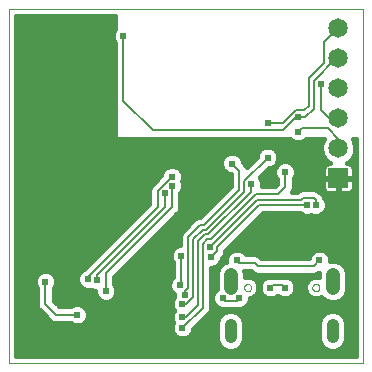
<source format=gbl>
G75*
%MOIN*%
%OFA0B0*%
%FSLAX25Y25*%
%IPPOS*%
%LPD*%
%AMOC8*
5,1,8,0,0,1.08239X$1,22.5*
%
%ADD10C,0.00000*%
%ADD11C,0.04528*%
%ADD12C,0.04134*%
%ADD13R,0.06500X0.06500*%
%ADD14C,0.06500*%
%ADD15C,0.01600*%
%ADD16C,0.02381*%
%ADD17C,0.00800*%
D10*
X0018501Y0009674D02*
X0018501Y0127784D01*
X0136611Y0127784D01*
X0136611Y0009674D01*
X0018501Y0009674D01*
X0096887Y0034871D02*
X0096889Y0034940D01*
X0096895Y0035008D01*
X0096905Y0035076D01*
X0096919Y0035143D01*
X0096937Y0035210D01*
X0096958Y0035275D01*
X0096984Y0035339D01*
X0097013Y0035401D01*
X0097045Y0035461D01*
X0097081Y0035520D01*
X0097121Y0035576D01*
X0097163Y0035630D01*
X0097209Y0035681D01*
X0097258Y0035730D01*
X0097309Y0035776D01*
X0097363Y0035818D01*
X0097419Y0035858D01*
X0097477Y0035894D01*
X0097538Y0035926D01*
X0097600Y0035955D01*
X0097664Y0035981D01*
X0097729Y0036002D01*
X0097796Y0036020D01*
X0097863Y0036034D01*
X0097931Y0036044D01*
X0097999Y0036050D01*
X0098068Y0036052D01*
X0098137Y0036050D01*
X0098205Y0036044D01*
X0098273Y0036034D01*
X0098340Y0036020D01*
X0098407Y0036002D01*
X0098472Y0035981D01*
X0098536Y0035955D01*
X0098598Y0035926D01*
X0098658Y0035894D01*
X0098717Y0035858D01*
X0098773Y0035818D01*
X0098827Y0035776D01*
X0098878Y0035730D01*
X0098927Y0035681D01*
X0098973Y0035630D01*
X0099015Y0035576D01*
X0099055Y0035520D01*
X0099091Y0035461D01*
X0099123Y0035401D01*
X0099152Y0035339D01*
X0099178Y0035275D01*
X0099199Y0035210D01*
X0099217Y0035143D01*
X0099231Y0035076D01*
X0099241Y0035008D01*
X0099247Y0034940D01*
X0099249Y0034871D01*
X0099247Y0034802D01*
X0099241Y0034734D01*
X0099231Y0034666D01*
X0099217Y0034599D01*
X0099199Y0034532D01*
X0099178Y0034467D01*
X0099152Y0034403D01*
X0099123Y0034341D01*
X0099091Y0034280D01*
X0099055Y0034222D01*
X0099015Y0034166D01*
X0098973Y0034112D01*
X0098927Y0034061D01*
X0098878Y0034012D01*
X0098827Y0033966D01*
X0098773Y0033924D01*
X0098717Y0033884D01*
X0098659Y0033848D01*
X0098598Y0033816D01*
X0098536Y0033787D01*
X0098472Y0033761D01*
X0098407Y0033740D01*
X0098340Y0033722D01*
X0098273Y0033708D01*
X0098205Y0033698D01*
X0098137Y0033692D01*
X0098068Y0033690D01*
X0097999Y0033692D01*
X0097931Y0033698D01*
X0097863Y0033708D01*
X0097796Y0033722D01*
X0097729Y0033740D01*
X0097664Y0033761D01*
X0097600Y0033787D01*
X0097538Y0033816D01*
X0097477Y0033848D01*
X0097419Y0033884D01*
X0097363Y0033924D01*
X0097309Y0033966D01*
X0097258Y0034012D01*
X0097209Y0034061D01*
X0097163Y0034112D01*
X0097121Y0034166D01*
X0097081Y0034222D01*
X0097045Y0034280D01*
X0097013Y0034341D01*
X0096984Y0034403D01*
X0096958Y0034467D01*
X0096937Y0034532D01*
X0096919Y0034599D01*
X0096905Y0034666D01*
X0096895Y0034734D01*
X0096889Y0034802D01*
X0096887Y0034871D01*
X0119642Y0034871D02*
X0119644Y0034940D01*
X0119650Y0035008D01*
X0119660Y0035076D01*
X0119674Y0035143D01*
X0119692Y0035210D01*
X0119713Y0035275D01*
X0119739Y0035339D01*
X0119768Y0035401D01*
X0119800Y0035461D01*
X0119836Y0035520D01*
X0119876Y0035576D01*
X0119918Y0035630D01*
X0119964Y0035681D01*
X0120013Y0035730D01*
X0120064Y0035776D01*
X0120118Y0035818D01*
X0120174Y0035858D01*
X0120232Y0035894D01*
X0120293Y0035926D01*
X0120355Y0035955D01*
X0120419Y0035981D01*
X0120484Y0036002D01*
X0120551Y0036020D01*
X0120618Y0036034D01*
X0120686Y0036044D01*
X0120754Y0036050D01*
X0120823Y0036052D01*
X0120892Y0036050D01*
X0120960Y0036044D01*
X0121028Y0036034D01*
X0121095Y0036020D01*
X0121162Y0036002D01*
X0121227Y0035981D01*
X0121291Y0035955D01*
X0121353Y0035926D01*
X0121413Y0035894D01*
X0121472Y0035858D01*
X0121528Y0035818D01*
X0121582Y0035776D01*
X0121633Y0035730D01*
X0121682Y0035681D01*
X0121728Y0035630D01*
X0121770Y0035576D01*
X0121810Y0035520D01*
X0121846Y0035461D01*
X0121878Y0035401D01*
X0121907Y0035339D01*
X0121933Y0035275D01*
X0121954Y0035210D01*
X0121972Y0035143D01*
X0121986Y0035076D01*
X0121996Y0035008D01*
X0122002Y0034940D01*
X0122004Y0034871D01*
X0122002Y0034802D01*
X0121996Y0034734D01*
X0121986Y0034666D01*
X0121972Y0034599D01*
X0121954Y0034532D01*
X0121933Y0034467D01*
X0121907Y0034403D01*
X0121878Y0034341D01*
X0121846Y0034280D01*
X0121810Y0034222D01*
X0121770Y0034166D01*
X0121728Y0034112D01*
X0121682Y0034061D01*
X0121633Y0034012D01*
X0121582Y0033966D01*
X0121528Y0033924D01*
X0121472Y0033884D01*
X0121414Y0033848D01*
X0121353Y0033816D01*
X0121291Y0033787D01*
X0121227Y0033761D01*
X0121162Y0033740D01*
X0121095Y0033722D01*
X0121028Y0033708D01*
X0120960Y0033698D01*
X0120892Y0033692D01*
X0120823Y0033690D01*
X0120754Y0033692D01*
X0120686Y0033698D01*
X0120618Y0033708D01*
X0120551Y0033722D01*
X0120484Y0033740D01*
X0120419Y0033761D01*
X0120355Y0033787D01*
X0120293Y0033816D01*
X0120232Y0033848D01*
X0120174Y0033884D01*
X0120118Y0033924D01*
X0120064Y0033966D01*
X0120013Y0034012D01*
X0119964Y0034061D01*
X0119918Y0034112D01*
X0119876Y0034166D01*
X0119836Y0034222D01*
X0119800Y0034280D01*
X0119768Y0034341D01*
X0119739Y0034403D01*
X0119713Y0034467D01*
X0119692Y0034532D01*
X0119674Y0034599D01*
X0119660Y0034666D01*
X0119650Y0034734D01*
X0119644Y0034802D01*
X0119642Y0034871D01*
D11*
X0126453Y0034576D02*
X0126453Y0039103D01*
X0092438Y0039103D02*
X0092438Y0034576D01*
D12*
X0092438Y0022450D02*
X0092438Y0018316D01*
X0126453Y0018316D02*
X0126453Y0022450D01*
D13*
X0128343Y0071288D03*
D14*
X0128343Y0081288D03*
X0128343Y0091288D03*
X0128343Y0101288D03*
X0128343Y0111288D03*
X0128343Y0121288D03*
D15*
X0123549Y0084477D02*
X0117673Y0084477D01*
X0116991Y0083795D01*
X0115672Y0083249D01*
X0114243Y0083249D01*
X0112923Y0083795D01*
X0112242Y0084477D01*
X0110503Y0084477D01*
X0110396Y0084433D01*
X0065975Y0084433D01*
X0065869Y0084477D01*
X0053934Y0084477D01*
X0053934Y0096412D01*
X0053890Y0096519D01*
X0053890Y0116451D01*
X0053646Y0116695D01*
X0053099Y0118015D01*
X0053099Y0119443D01*
X0053646Y0120763D01*
X0053934Y0121051D01*
X0053934Y0125384D01*
X0020901Y0125384D01*
X0020901Y0012074D01*
X0134211Y0012074D01*
X0134211Y0084477D01*
X0133138Y0084477D01*
X0133993Y0082412D01*
X0133993Y0080164D01*
X0133133Y0078088D01*
X0131544Y0076498D01*
X0131157Y0076338D01*
X0131830Y0076338D01*
X0132288Y0076216D01*
X0132698Y0075979D01*
X0133034Y0075643D01*
X0133270Y0075233D01*
X0133393Y0074775D01*
X0133393Y0071363D01*
X0128418Y0071363D01*
X0128418Y0071213D01*
X0128418Y0066238D01*
X0131830Y0066238D01*
X0132288Y0066361D01*
X0132698Y0066598D01*
X0133034Y0066933D01*
X0133270Y0067343D01*
X0133393Y0067801D01*
X0133393Y0071213D01*
X0128418Y0071213D01*
X0128268Y0071213D01*
X0128268Y0066238D01*
X0124856Y0066238D01*
X0124398Y0066361D01*
X0123988Y0066598D01*
X0123653Y0066933D01*
X0123416Y0067343D01*
X0123293Y0067801D01*
X0123293Y0071213D01*
X0128268Y0071213D01*
X0128268Y0071363D01*
X0123293Y0071363D01*
X0123293Y0074775D01*
X0123416Y0075233D01*
X0123653Y0075643D01*
X0123988Y0075979D01*
X0124398Y0076216D01*
X0124856Y0076338D01*
X0125529Y0076338D01*
X0125143Y0076498D01*
X0123553Y0078088D01*
X0122693Y0080164D01*
X0122693Y0082412D01*
X0123549Y0084477D01*
X0123022Y0083206D02*
X0020901Y0083206D01*
X0020901Y0084804D02*
X0053934Y0084804D01*
X0053934Y0086403D02*
X0020901Y0086403D01*
X0020901Y0088001D02*
X0053934Y0088001D01*
X0053934Y0089600D02*
X0020901Y0089600D01*
X0020901Y0091198D02*
X0053934Y0091198D01*
X0053934Y0092797D02*
X0020901Y0092797D01*
X0020901Y0094395D02*
X0053934Y0094395D01*
X0053934Y0095994D02*
X0020901Y0095994D01*
X0020901Y0097592D02*
X0053890Y0097592D01*
X0053890Y0099191D02*
X0020901Y0099191D01*
X0020901Y0100789D02*
X0053890Y0100789D01*
X0053890Y0102388D02*
X0020901Y0102388D01*
X0020901Y0103986D02*
X0053890Y0103986D01*
X0053890Y0105585D02*
X0020901Y0105585D01*
X0020901Y0107183D02*
X0053890Y0107183D01*
X0053890Y0108782D02*
X0020901Y0108782D01*
X0020901Y0110380D02*
X0053890Y0110380D01*
X0053890Y0111979D02*
X0020901Y0111979D01*
X0020901Y0113577D02*
X0053890Y0113577D01*
X0053890Y0115176D02*
X0020901Y0115176D01*
X0020901Y0116774D02*
X0053613Y0116774D01*
X0053099Y0118373D02*
X0020901Y0118373D01*
X0020901Y0119971D02*
X0053318Y0119971D01*
X0053934Y0121570D02*
X0020901Y0121570D01*
X0020901Y0123168D02*
X0053934Y0123168D01*
X0053934Y0124767D02*
X0020901Y0124767D01*
X0020901Y0081607D02*
X0103617Y0081607D01*
X0104007Y0081768D02*
X0102687Y0081222D01*
X0101677Y0080212D01*
X0101131Y0078892D01*
X0101131Y0078547D01*
X0097755Y0075171D01*
X0097646Y0075433D01*
X0096501Y0076579D01*
X0096501Y0076924D01*
X0095954Y0078243D01*
X0094944Y0079253D01*
X0093624Y0079800D01*
X0092196Y0079800D01*
X0090876Y0079253D01*
X0089866Y0078243D01*
X0089320Y0076924D01*
X0089320Y0075495D01*
X0089866Y0074176D01*
X0090876Y0073166D01*
X0092196Y0072619D01*
X0092472Y0072619D01*
X0092472Y0068708D01*
X0082301Y0058537D01*
X0081723Y0058537D01*
X0080694Y0058111D01*
X0079906Y0057323D01*
X0076757Y0054174D01*
X0075969Y0053386D01*
X0075543Y0052357D01*
X0075543Y0049091D01*
X0075267Y0049091D01*
X0073947Y0048545D01*
X0072937Y0047535D01*
X0072390Y0046215D01*
X0072390Y0044787D01*
X0072937Y0043467D01*
X0073181Y0043223D01*
X0073181Y0038330D01*
X0072543Y0037692D01*
X0071997Y0036372D01*
X0071997Y0034944D01*
X0072543Y0033624D01*
X0073553Y0032614D01*
X0073572Y0032607D01*
X0073572Y0031794D01*
X0073619Y0031681D01*
X0073331Y0031393D01*
X0072784Y0030073D01*
X0072784Y0028645D01*
X0073331Y0027325D01*
X0073462Y0027194D01*
X0073331Y0027062D01*
X0072784Y0025743D01*
X0072784Y0024314D01*
X0073222Y0023257D01*
X0072784Y0022199D01*
X0072784Y0020771D01*
X0073331Y0019451D01*
X0074341Y0018441D01*
X0075660Y0017894D01*
X0077089Y0017894D01*
X0078409Y0018441D01*
X0079419Y0019451D01*
X0079965Y0020771D01*
X0079965Y0021116D01*
X0084654Y0025804D01*
X0085441Y0026592D01*
X0085868Y0027621D01*
X0085868Y0041517D01*
X0086538Y0041517D01*
X0087857Y0042063D01*
X0088867Y0043073D01*
X0089414Y0044393D01*
X0089414Y0044738D01*
X0090166Y0045490D01*
X0090592Y0046519D01*
X0090592Y0047097D01*
X0103125Y0059630D01*
X0115435Y0059630D01*
X0115679Y0059386D01*
X0116999Y0058839D01*
X0118427Y0058839D01*
X0119288Y0059196D01*
X0120149Y0058839D01*
X0121577Y0058839D01*
X0122897Y0059386D01*
X0123907Y0060396D01*
X0124453Y0061716D01*
X0124453Y0063144D01*
X0123907Y0064464D01*
X0123560Y0064811D01*
X0123237Y0065591D01*
X0122449Y0066378D01*
X0121662Y0067166D01*
X0120632Y0067592D01*
X0115975Y0067592D01*
X0114946Y0067166D01*
X0114585Y0066805D01*
X0113023Y0066805D01*
X0113427Y0067778D01*
X0113427Y0071176D01*
X0113671Y0071420D01*
X0114217Y0072739D01*
X0114217Y0074168D01*
X0113671Y0075487D01*
X0112661Y0076497D01*
X0111341Y0077044D01*
X0109912Y0077044D01*
X0108593Y0076497D01*
X0107583Y0075487D01*
X0107036Y0074168D01*
X0107036Y0072739D01*
X0107583Y0071420D01*
X0107827Y0071176D01*
X0107827Y0069495D01*
X0107105Y0068773D01*
X0102788Y0068773D01*
X0102800Y0068802D01*
X0102800Y0070231D01*
X0102253Y0071550D01*
X0102153Y0071650D01*
X0105090Y0074587D01*
X0105435Y0074587D01*
X0106755Y0075134D01*
X0107765Y0076144D01*
X0108312Y0077464D01*
X0108312Y0078892D01*
X0107765Y0080212D01*
X0106755Y0081222D01*
X0105435Y0081768D01*
X0104007Y0081768D01*
X0105825Y0081607D02*
X0122693Y0081607D01*
X0122758Y0080009D02*
X0107849Y0080009D01*
X0108312Y0078410D02*
X0123420Y0078410D01*
X0124830Y0076811D02*
X0111902Y0076811D01*
X0109351Y0076811D02*
X0108041Y0076811D01*
X0107469Y0075213D02*
X0106834Y0075213D01*
X0107036Y0073614D02*
X0104117Y0073614D01*
X0102519Y0072016D02*
X0107336Y0072016D01*
X0107827Y0070417D02*
X0102723Y0070417D01*
X0102800Y0068819D02*
X0107150Y0068819D01*
X0113195Y0067220D02*
X0115078Y0067220D01*
X0113427Y0068819D02*
X0123293Y0068819D01*
X0123293Y0070417D02*
X0113427Y0070417D01*
X0113918Y0072016D02*
X0123293Y0072016D01*
X0123293Y0073614D02*
X0114217Y0073614D01*
X0113784Y0075213D02*
X0123410Y0075213D01*
X0128268Y0070417D02*
X0128418Y0070417D01*
X0128418Y0068819D02*
X0128268Y0068819D01*
X0128268Y0067220D02*
X0128418Y0067220D01*
X0133199Y0067220D02*
X0134211Y0067220D01*
X0134211Y0065622D02*
X0123205Y0065622D01*
X0123487Y0067220D02*
X0121530Y0067220D01*
X0124089Y0064023D02*
X0134211Y0064023D01*
X0134211Y0062425D02*
X0124453Y0062425D01*
X0124085Y0060826D02*
X0134211Y0060826D01*
X0134211Y0059228D02*
X0122515Y0059228D01*
X0116061Y0059228D02*
X0102723Y0059228D01*
X0101124Y0057629D02*
X0134211Y0057629D01*
X0134211Y0056031D02*
X0099526Y0056031D01*
X0097927Y0054432D02*
X0134211Y0054432D01*
X0134211Y0052834D02*
X0096329Y0052834D01*
X0094730Y0051235D02*
X0134211Y0051235D01*
X0134211Y0049637D02*
X0093132Y0049637D01*
X0093771Y0047517D02*
X0092451Y0046970D01*
X0091441Y0045960D01*
X0090894Y0044640D01*
X0090894Y0043512D01*
X0089796Y0043057D01*
X0088484Y0041745D01*
X0087774Y0040031D01*
X0087774Y0034391D01*
X0087727Y0034371D01*
X0086717Y0033361D01*
X0086170Y0032042D01*
X0086170Y0030613D01*
X0086717Y0029294D01*
X0087727Y0028284D01*
X0089046Y0027737D01*
X0090475Y0027737D01*
X0090482Y0027740D01*
X0094550Y0027740D01*
X0094558Y0027737D01*
X0095987Y0027737D01*
X0097306Y0028284D01*
X0098316Y0029294D01*
X0098863Y0030613D01*
X0098863Y0031324D01*
X0100096Y0031835D01*
X0101103Y0032842D01*
X0101649Y0034159D01*
X0101649Y0035583D01*
X0101103Y0036899D01*
X0100096Y0037907D01*
X0098780Y0038452D01*
X0097355Y0038452D01*
X0097101Y0038347D01*
X0097101Y0040031D01*
X0096974Y0040339D01*
X0099231Y0040339D01*
X0099985Y0039584D01*
X0101015Y0039157D01*
X0120632Y0039157D01*
X0121662Y0039584D01*
X0121790Y0039712D01*
X0121790Y0038347D01*
X0121536Y0038452D01*
X0120111Y0038452D01*
X0118795Y0037907D01*
X0117788Y0036899D01*
X0117242Y0035583D01*
X0117242Y0034159D01*
X0117788Y0032842D01*
X0118795Y0031835D01*
X0120111Y0031290D01*
X0121536Y0031290D01*
X0122673Y0031761D01*
X0123812Y0030622D01*
X0125526Y0029912D01*
X0127381Y0029912D01*
X0129095Y0030622D01*
X0130407Y0031934D01*
X0131117Y0033648D01*
X0131117Y0040031D01*
X0130407Y0041745D01*
X0129095Y0043057D01*
X0127381Y0043767D01*
X0125634Y0043767D01*
X0125634Y0044640D01*
X0125088Y0045960D01*
X0124078Y0046970D01*
X0122758Y0047517D01*
X0121330Y0047517D01*
X0120010Y0046970D01*
X0119000Y0045960D01*
X0118502Y0044757D01*
X0102731Y0044757D01*
X0101976Y0045512D01*
X0100947Y0045939D01*
X0097538Y0045939D01*
X0097529Y0045960D01*
X0096519Y0046970D01*
X0095199Y0047517D01*
X0093771Y0047517D01*
X0091921Y0046440D02*
X0090559Y0046440D01*
X0090978Y0044841D02*
X0089517Y0044841D01*
X0088938Y0043243D02*
X0090245Y0043243D01*
X0088442Y0041644D02*
X0086846Y0041644D01*
X0087780Y0040046D02*
X0085868Y0040046D01*
X0085868Y0038447D02*
X0087774Y0038447D01*
X0087774Y0036849D02*
X0085868Y0036849D01*
X0085868Y0035250D02*
X0087774Y0035250D01*
X0087007Y0033652D02*
X0085868Y0033652D01*
X0085868Y0032053D02*
X0086175Y0032053D01*
X0086236Y0030455D02*
X0085868Y0030455D01*
X0085868Y0028856D02*
X0087154Y0028856D01*
X0085717Y0027258D02*
X0134211Y0027258D01*
X0134211Y0028856D02*
X0097879Y0028856D01*
X0098797Y0030455D02*
X0124215Y0030455D01*
X0125565Y0026917D02*
X0123923Y0026236D01*
X0122667Y0024980D01*
X0121986Y0023338D01*
X0121986Y0017427D01*
X0122667Y0015785D01*
X0123923Y0014529D01*
X0125565Y0013849D01*
X0127342Y0013849D01*
X0128984Y0014529D01*
X0130240Y0015785D01*
X0130920Y0017427D01*
X0130920Y0023338D01*
X0130240Y0024980D01*
X0128984Y0026236D01*
X0127342Y0026917D01*
X0125565Y0026917D01*
X0123346Y0025659D02*
X0095545Y0025659D01*
X0094968Y0026236D02*
X0093326Y0026917D01*
X0091549Y0026917D01*
X0089907Y0026236D01*
X0088651Y0024980D01*
X0087971Y0023338D01*
X0087971Y0017427D01*
X0088651Y0015785D01*
X0089907Y0014529D01*
X0091549Y0013849D01*
X0093326Y0013849D01*
X0094968Y0014529D01*
X0096225Y0015785D01*
X0096905Y0017427D01*
X0096905Y0023338D01*
X0096225Y0024980D01*
X0094968Y0026236D01*
X0096605Y0024061D02*
X0122286Y0024061D01*
X0121986Y0022462D02*
X0096905Y0022462D01*
X0096905Y0020864D02*
X0121986Y0020864D01*
X0121986Y0019265D02*
X0096905Y0019265D01*
X0096905Y0017667D02*
X0121986Y0017667D01*
X0122549Y0016068D02*
X0096342Y0016068D01*
X0094825Y0014470D02*
X0124066Y0014470D01*
X0128841Y0014470D02*
X0134211Y0014470D01*
X0134211Y0016068D02*
X0130357Y0016068D01*
X0130920Y0017667D02*
X0134211Y0017667D01*
X0134211Y0019265D02*
X0130920Y0019265D01*
X0130920Y0020864D02*
X0134211Y0020864D01*
X0134211Y0022462D02*
X0130920Y0022462D01*
X0130621Y0024061D02*
X0134211Y0024061D01*
X0134211Y0025659D02*
X0129561Y0025659D01*
X0128692Y0030455D02*
X0134211Y0030455D01*
X0134211Y0032053D02*
X0130457Y0032053D01*
X0131117Y0033652D02*
X0134211Y0033652D01*
X0134211Y0035250D02*
X0131117Y0035250D01*
X0131117Y0036849D02*
X0134211Y0036849D01*
X0134211Y0038447D02*
X0131117Y0038447D01*
X0131111Y0040046D02*
X0134211Y0040046D01*
X0134211Y0041644D02*
X0130449Y0041644D01*
X0128647Y0043243D02*
X0134211Y0043243D01*
X0134211Y0044841D02*
X0125551Y0044841D01*
X0124608Y0046440D02*
X0134211Y0046440D01*
X0134211Y0048038D02*
X0091533Y0048038D01*
X0097049Y0046440D02*
X0119480Y0046440D01*
X0118537Y0044841D02*
X0102648Y0044841D01*
X0099523Y0040046D02*
X0097095Y0040046D01*
X0097101Y0038447D02*
X0097344Y0038447D01*
X0098791Y0038447D02*
X0104957Y0038447D01*
X0104991Y0038461D02*
X0103671Y0037915D01*
X0102661Y0036905D01*
X0102115Y0035585D01*
X0102115Y0034157D01*
X0102661Y0032837D01*
X0103671Y0031827D01*
X0104991Y0031280D01*
X0106420Y0031280D01*
X0107739Y0031827D01*
X0108068Y0032155D01*
X0108396Y0031827D01*
X0109716Y0031280D01*
X0111144Y0031280D01*
X0112464Y0031827D01*
X0113474Y0032837D01*
X0114020Y0034157D01*
X0114020Y0035585D01*
X0113474Y0036905D01*
X0112464Y0037915D01*
X0111144Y0038461D01*
X0109716Y0038461D01*
X0109708Y0038458D01*
X0106427Y0038458D01*
X0106420Y0038461D01*
X0104991Y0038461D01*
X0102638Y0036849D02*
X0101124Y0036849D01*
X0101649Y0035250D02*
X0102115Y0035250D01*
X0102324Y0033652D02*
X0101439Y0033652D01*
X0100314Y0032053D02*
X0103445Y0032053D01*
X0107965Y0032053D02*
X0108170Y0032053D01*
X0112690Y0032053D02*
X0118577Y0032053D01*
X0117452Y0033652D02*
X0113811Y0033652D01*
X0114020Y0035250D02*
X0117242Y0035250D01*
X0117767Y0036849D02*
X0113497Y0036849D01*
X0111178Y0038447D02*
X0120100Y0038447D01*
X0121547Y0038447D02*
X0121790Y0038447D01*
X0134211Y0012871D02*
X0020901Y0012871D01*
X0020901Y0014470D02*
X0090051Y0014470D01*
X0088534Y0016068D02*
X0020901Y0016068D01*
X0020901Y0017667D02*
X0087971Y0017667D01*
X0087971Y0019265D02*
X0079233Y0019265D01*
X0079965Y0020864D02*
X0087971Y0020864D01*
X0087971Y0022462D02*
X0081312Y0022462D01*
X0082910Y0024061D02*
X0088270Y0024061D01*
X0089330Y0025659D02*
X0084509Y0025659D01*
X0073398Y0027258D02*
X0044624Y0027258D01*
X0044379Y0027850D02*
X0044926Y0026530D01*
X0044926Y0025102D01*
X0044379Y0023782D01*
X0043369Y0022772D01*
X0042049Y0022225D01*
X0040621Y0022225D01*
X0039301Y0022772D01*
X0039057Y0023016D01*
X0033692Y0023016D01*
X0032663Y0023442D01*
X0029119Y0026985D01*
X0028332Y0027773D01*
X0027905Y0028802D01*
X0027905Y0034562D01*
X0027661Y0034805D01*
X0027115Y0036125D01*
X0027115Y0037554D01*
X0027661Y0038873D01*
X0028671Y0039883D01*
X0029991Y0040430D01*
X0031420Y0040430D01*
X0032739Y0039883D01*
X0033749Y0038873D01*
X0034296Y0037554D01*
X0034296Y0036125D01*
X0033749Y0034805D01*
X0033505Y0034562D01*
X0033505Y0030519D01*
X0035408Y0028616D01*
X0039057Y0028616D01*
X0039301Y0028860D01*
X0040621Y0029406D01*
X0042049Y0029406D01*
X0043369Y0028860D01*
X0044379Y0027850D01*
X0043373Y0028856D02*
X0072784Y0028856D01*
X0072942Y0030455D02*
X0052356Y0030455D01*
X0052818Y0030646D02*
X0053828Y0031656D01*
X0054375Y0032976D01*
X0054375Y0034404D01*
X0053828Y0035724D01*
X0053584Y0035968D01*
X0053584Y0038435D01*
X0074417Y0059269D01*
X0075205Y0060056D01*
X0075631Y0061086D01*
X0075631Y0066451D01*
X0075875Y0066695D01*
X0076422Y0068015D01*
X0076422Y0069443D01*
X0076065Y0070304D01*
X0076422Y0071165D01*
X0076422Y0072593D01*
X0075875Y0073913D01*
X0074865Y0074923D01*
X0073546Y0075469D01*
X0072117Y0075469D01*
X0070797Y0074923D01*
X0069787Y0073913D01*
X0069241Y0072593D01*
X0069241Y0072248D01*
X0066521Y0069528D01*
X0065733Y0068740D01*
X0065307Y0067711D01*
X0065307Y0062802D01*
X0043409Y0040904D01*
X0042845Y0040671D01*
X0041835Y0039661D01*
X0041288Y0038341D01*
X0041288Y0036913D01*
X0041835Y0035593D01*
X0042845Y0034583D01*
X0044164Y0034036D01*
X0045593Y0034036D01*
X0045985Y0034199D01*
X0045994Y0034189D01*
X0047194Y0033692D01*
X0047194Y0032976D01*
X0047740Y0031656D01*
X0048750Y0030646D01*
X0050070Y0030099D01*
X0051498Y0030099D01*
X0052818Y0030646D01*
X0053993Y0032053D02*
X0073572Y0032053D01*
X0072532Y0033652D02*
X0054375Y0033652D01*
X0054024Y0035250D02*
X0071997Y0035250D01*
X0072194Y0036849D02*
X0053584Y0036849D01*
X0053596Y0038447D02*
X0073181Y0038447D01*
X0073181Y0040046D02*
X0055194Y0040046D01*
X0056793Y0041644D02*
X0073181Y0041644D01*
X0073161Y0043243D02*
X0058391Y0043243D01*
X0059990Y0044841D02*
X0072390Y0044841D01*
X0072484Y0046440D02*
X0061588Y0046440D01*
X0063187Y0048038D02*
X0073441Y0048038D01*
X0075543Y0049637D02*
X0064785Y0049637D01*
X0066384Y0051235D02*
X0075543Y0051235D01*
X0075741Y0052834D02*
X0067982Y0052834D01*
X0069581Y0054432D02*
X0077016Y0054432D01*
X0076757Y0054174D02*
X0076757Y0054174D01*
X0078614Y0056031D02*
X0071179Y0056031D01*
X0072778Y0057629D02*
X0080213Y0057629D01*
X0079906Y0057323D02*
X0079906Y0057323D01*
X0082992Y0059228D02*
X0074377Y0059228D01*
X0075524Y0060826D02*
X0084591Y0060826D01*
X0086189Y0062425D02*
X0075631Y0062425D01*
X0075631Y0064023D02*
X0087788Y0064023D01*
X0089386Y0065622D02*
X0075631Y0065622D01*
X0076093Y0067220D02*
X0090985Y0067220D01*
X0092472Y0068819D02*
X0076422Y0068819D01*
X0076112Y0070417D02*
X0092472Y0070417D01*
X0092472Y0072016D02*
X0076422Y0072016D01*
X0075999Y0073614D02*
X0090427Y0073614D01*
X0089436Y0075213D02*
X0074164Y0075213D01*
X0071498Y0075213D02*
X0020901Y0075213D01*
X0020901Y0076811D02*
X0089320Y0076811D01*
X0090033Y0078410D02*
X0020901Y0078410D01*
X0020901Y0080009D02*
X0101593Y0080009D01*
X0100993Y0078410D02*
X0095787Y0078410D01*
X0096501Y0076811D02*
X0099395Y0076811D01*
X0097796Y0075213D02*
X0097737Y0075213D01*
X0069664Y0073614D02*
X0020901Y0073614D01*
X0020901Y0072016D02*
X0069009Y0072016D01*
X0067410Y0070417D02*
X0020901Y0070417D01*
X0020901Y0068819D02*
X0065812Y0068819D01*
X0065307Y0067220D02*
X0020901Y0067220D01*
X0020901Y0065622D02*
X0065307Y0065622D01*
X0065307Y0064023D02*
X0020901Y0064023D01*
X0020901Y0062425D02*
X0064930Y0062425D01*
X0063331Y0060826D02*
X0020901Y0060826D01*
X0020901Y0059228D02*
X0061733Y0059228D01*
X0060134Y0057629D02*
X0020901Y0057629D01*
X0020901Y0056031D02*
X0058535Y0056031D01*
X0056937Y0054432D02*
X0020901Y0054432D01*
X0020901Y0052834D02*
X0055338Y0052834D01*
X0053740Y0051235D02*
X0020901Y0051235D01*
X0020901Y0049637D02*
X0052141Y0049637D01*
X0050543Y0048038D02*
X0020901Y0048038D01*
X0020901Y0046440D02*
X0048944Y0046440D01*
X0047346Y0044841D02*
X0020901Y0044841D01*
X0020901Y0043243D02*
X0045747Y0043243D01*
X0044149Y0041644D02*
X0020901Y0041644D01*
X0020901Y0040046D02*
X0029064Y0040046D01*
X0027485Y0038447D02*
X0020901Y0038447D01*
X0020901Y0036849D02*
X0027115Y0036849D01*
X0027477Y0035250D02*
X0020901Y0035250D01*
X0020901Y0033652D02*
X0027905Y0033652D01*
X0027905Y0032053D02*
X0020901Y0032053D01*
X0020901Y0030455D02*
X0027905Y0030455D01*
X0027905Y0028856D02*
X0020901Y0028856D01*
X0020901Y0027258D02*
X0028847Y0027258D01*
X0030445Y0025659D02*
X0020901Y0025659D01*
X0020901Y0024061D02*
X0032044Y0024061D01*
X0035168Y0028856D02*
X0039298Y0028856D01*
X0033570Y0030455D02*
X0049212Y0030455D01*
X0047576Y0032053D02*
X0033505Y0032053D01*
X0033505Y0033652D02*
X0047194Y0033652D01*
X0042177Y0035250D02*
X0033933Y0035250D01*
X0034296Y0036849D02*
X0041314Y0036849D01*
X0041332Y0038447D02*
X0033926Y0038447D01*
X0032347Y0040046D02*
X0042220Y0040046D01*
X0044926Y0025659D02*
X0072784Y0025659D01*
X0072889Y0024061D02*
X0044495Y0024061D01*
X0042621Y0022462D02*
X0072893Y0022462D01*
X0072784Y0020864D02*
X0020901Y0020864D01*
X0020901Y0022462D02*
X0040049Y0022462D01*
X0020901Y0019265D02*
X0073517Y0019265D01*
X0131857Y0076811D02*
X0134211Y0076811D01*
X0134211Y0075213D02*
X0133276Y0075213D01*
X0133393Y0073614D02*
X0134211Y0073614D01*
X0134211Y0072016D02*
X0133393Y0072016D01*
X0133393Y0070417D02*
X0134211Y0070417D01*
X0134211Y0068819D02*
X0133393Y0068819D01*
X0133266Y0078410D02*
X0134211Y0078410D01*
X0134211Y0080009D02*
X0133929Y0080009D01*
X0133993Y0081607D02*
X0134211Y0081607D01*
X0134211Y0083206D02*
X0133664Y0083206D01*
D16*
X0133461Y0076603D03*
X0133461Y0064792D03*
X0133461Y0052981D03*
X0126375Y0043926D03*
X0122044Y0043926D03*
X0117713Y0048257D03*
X0118501Y0058099D03*
X0117713Y0062430D03*
X0120863Y0062430D03*
X0110627Y0073454D03*
X0104721Y0078178D03*
X0099209Y0069517D03*
X0092910Y0076209D03*
X0104721Y0089595D03*
X0114957Y0091564D03*
X0114957Y0086839D03*
X0122438Y0102587D03*
X0084642Y0062430D03*
X0072831Y0068729D03*
X0070469Y0066367D03*
X0072831Y0071879D03*
X0075587Y0084083D03*
X0056296Y0067154D03*
X0059446Y0062824D03*
X0052753Y0062824D03*
X0047241Y0060855D03*
X0040154Y0060855D03*
X0033855Y0060855D03*
X0027162Y0060855D03*
X0021257Y0060855D03*
X0023619Y0067154D03*
X0021257Y0051800D03*
X0027162Y0051800D03*
X0030705Y0036839D03*
X0036217Y0036839D03*
X0041335Y0044320D03*
X0044879Y0037627D03*
X0048028Y0037233D03*
X0050784Y0033690D03*
X0041335Y0025816D03*
X0045666Y0017942D03*
X0035036Y0017942D03*
X0024800Y0017942D03*
X0021650Y0025028D03*
X0061414Y0045501D03*
X0070075Y0042351D03*
X0075981Y0045501D03*
X0071257Y0051800D03*
X0085430Y0048257D03*
X0085823Y0045107D03*
X0087792Y0041170D03*
X0094485Y0043926D03*
X0105115Y0045107D03*
X0105705Y0034871D03*
X0110430Y0034871D03*
X0109446Y0024241D03*
X0117320Y0024241D03*
X0121257Y0014005D03*
X0129131Y0014005D03*
X0133461Y0019123D03*
X0133461Y0030540D03*
X0133461Y0041170D03*
X0113383Y0014005D03*
X0105509Y0014005D03*
X0097635Y0014005D03*
X0089760Y0014005D03*
X0081886Y0014005D03*
X0076375Y0021485D03*
X0076375Y0025028D03*
X0076375Y0029359D03*
X0077162Y0032509D03*
X0075587Y0035658D03*
X0089760Y0031328D03*
X0088973Y0026997D03*
X0095272Y0031328D03*
X0101572Y0024241D03*
X0052753Y0104556D03*
X0052753Y0115973D03*
X0056690Y0118729D03*
X0040154Y0104556D03*
X0027162Y0104556D03*
X0027162Y0115973D03*
X0021650Y0124635D03*
D17*
X0056690Y0118729D02*
X0056690Y0097076D01*
X0066532Y0087233D01*
X0109839Y0087233D01*
X0114170Y0091564D01*
X0114957Y0091564D01*
X0117320Y0091564D01*
X0120075Y0094320D01*
X0120075Y0103769D01*
X0127595Y0111288D01*
X0128343Y0111288D01*
X0123619Y0109674D02*
X0123619Y0116564D01*
X0128343Y0121288D01*
X0123619Y0109674D02*
X0118501Y0104556D01*
X0118501Y0095501D01*
X0116926Y0093926D01*
X0114170Y0093926D01*
X0109839Y0089595D01*
X0104721Y0089595D01*
X0114957Y0086839D02*
X0116138Y0088020D01*
X0124800Y0088020D01*
X0128343Y0084477D01*
X0128343Y0081288D01*
X0128343Y0091288D02*
X0125075Y0091288D01*
X0122438Y0093926D01*
X0122438Y0102587D01*
X0104721Y0078178D02*
X0096847Y0070304D01*
X0096847Y0066761D01*
X0084249Y0054162D01*
X0083068Y0054162D01*
X0079918Y0051013D01*
X0079918Y0031721D01*
X0077556Y0029359D01*
X0076375Y0029359D01*
X0077162Y0032509D02*
X0077162Y0033690D01*
X0078343Y0034871D01*
X0078343Y0051800D01*
X0082280Y0055737D01*
X0083461Y0055737D01*
X0095272Y0067548D01*
X0095272Y0073847D01*
X0092910Y0076209D01*
X0099209Y0069517D02*
X0099209Y0066761D01*
X0085036Y0052587D01*
X0083855Y0052587D01*
X0081493Y0050225D01*
X0081493Y0028965D01*
X0077556Y0025028D01*
X0076375Y0025028D01*
X0076375Y0021485D02*
X0083068Y0028178D01*
X0083068Y0049438D01*
X0084642Y0051013D01*
X0085823Y0051013D01*
X0100784Y0065973D01*
X0108264Y0065973D01*
X0110627Y0068335D01*
X0110627Y0073454D01*
X0116532Y0064792D02*
X0115745Y0064005D01*
X0101178Y0064005D01*
X0085430Y0048257D01*
X0087792Y0048257D02*
X0101965Y0062430D01*
X0117713Y0062430D01*
X0116532Y0064792D02*
X0120075Y0064792D01*
X0120863Y0064005D01*
X0120863Y0062430D01*
X0122044Y0043926D02*
X0120075Y0041957D01*
X0101572Y0041957D01*
X0100390Y0043139D01*
X0095272Y0043139D01*
X0094485Y0043926D01*
X0087792Y0047076D02*
X0087792Y0048257D01*
X0087792Y0047076D02*
X0085823Y0045107D01*
X0075981Y0045501D02*
X0075981Y0036052D01*
X0075587Y0035658D01*
X0089760Y0031328D02*
X0090548Y0030540D01*
X0094485Y0030540D01*
X0095272Y0031328D01*
X0105705Y0034871D02*
X0106493Y0035658D01*
X0109642Y0035658D01*
X0110430Y0034871D01*
X0072831Y0061643D02*
X0072831Y0068729D01*
X0070469Y0066367D02*
X0070469Y0061643D01*
X0048028Y0039202D01*
X0048028Y0037233D01*
X0044879Y0037627D02*
X0044879Y0038414D01*
X0068107Y0061643D01*
X0068107Y0067154D01*
X0072831Y0071879D01*
X0072831Y0061643D02*
X0050784Y0039595D01*
X0050784Y0033690D01*
X0041335Y0025816D02*
X0034249Y0025816D01*
X0030705Y0029359D01*
X0030705Y0036839D01*
M02*

</source>
